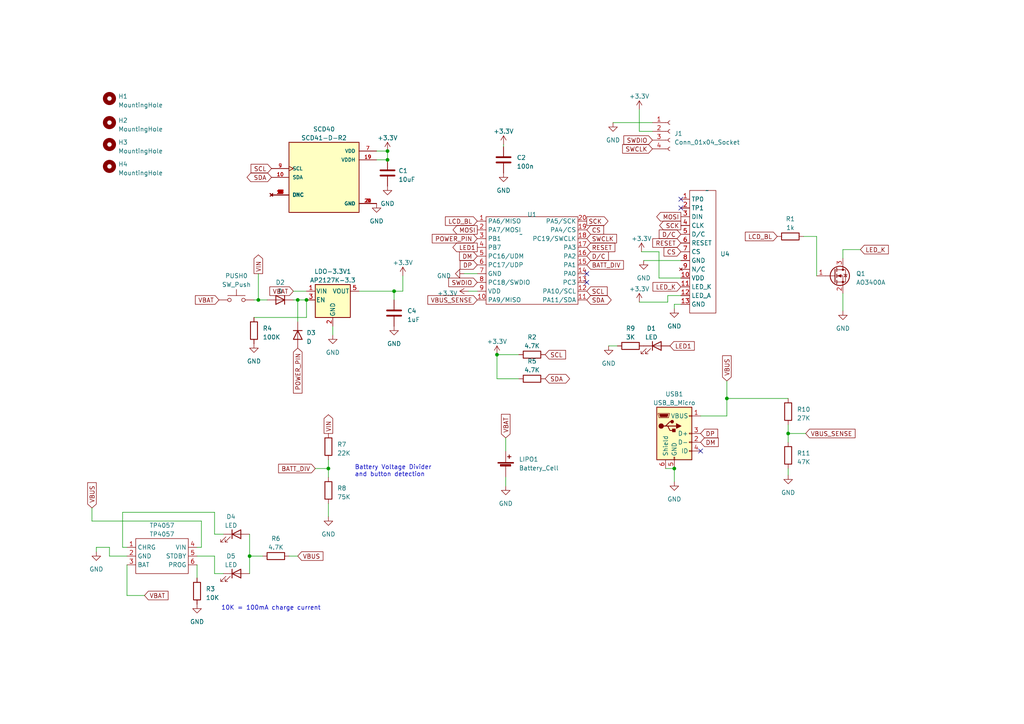
<source format=kicad_sch>
(kicad_sch (version 20230121) (generator eeschema)
  (paper "A4")
  (lib_symbols
    (symbol "Connector:Conn_01x04_Socket" (pin_names (offset 1.016) hide)
      (property "Reference" "J" (at 0 5.08 0))
      (property "Value" "Conn_01x04_Socket" (at 0 -7.62 0))
      (symbol "Conn_01x04_Socket_1_1"
        (arc (start 0 -4.572) (mid -0.5058 -5.08) (end 0 -5.588) (stroke (width 0.1524)))
        (arc (start 0 -2.032) (mid -0.5058 -2.54) (end 0 -3.048) (stroke (width 0.1524)))
        (polyline (pts (xy -1.27 -5.08) (xy -0.508 -5.08)) (stroke (width 0.1524)))
        (polyline (pts (xy -1.27 -2.54) (xy -0.508 -2.54)) (stroke (width 0.1524)))
        (polyline (pts (xy -1.27 0) (xy -0.508 0)) (stroke (width 0.1524)))
        (polyline (pts (xy -1.27 2.54) (xy -0.508 2.54)) (stroke (width 0.1524)))
        (arc (start 0 0.508) (mid -0.5058 0) (end 0 -0.508) (stroke (width 0.1524)))
        (arc (start 0 3.048) (mid -0.5058 2.54) (end 0 2.032) (stroke (width 0.1524)))
        (pin passive line (at -5.08 2.54 0) (length 3.81) (name "Pin_1") (number "1"))
        (pin passive line (at -5.08 0 0) (length 3.81) (name "Pin_2") (number "2"))
        (pin passive line (at -5.08 -2.54 0) (length 3.81) (name "Pin_3") (number "3"))
        (pin passive line (at -5.08 -5.08 0) (length 3.81) (name "Pin_4") (number "4"))
      )
    )
    (symbol "Connector:USB_B_Micro" (pin_names (offset 1.016))
      (property "Reference" "J" (at -5.08 11.43 0))
      (property "Value" "USB_B_Micro" (at -5.08 8.89 0))
      (symbol "USB_B_Micro_0_1"
        (rectangle (start -5.08 -7.62) (end 5.08 7.62) (stroke (width 0.254)) (fill (type background)))
        (circle (center -3.81 2.159) (radius 0.635) (stroke (width 0.254)) (fill (type outline)))
        (circle (center -0.635 3.429) (radius 0.381) (stroke (width 0.254)) (fill (type outline)))
        (rectangle (start -0.127 -7.62) (end 0.127 -6.858))
        (polyline (pts (xy -1.905 2.159) (xy 0.635 2.159)) (stroke (width 0.254)))
        (polyline (pts (xy -3.175 2.159) (xy -2.54 2.159) (xy -1.27 3.429) (xy -0.635 3.429)) (stroke (width 0.254)))
        (polyline (pts (xy -2.54 2.159) (xy -1.905 2.159) (xy -1.27 0.889) (xy 0 0.889)) (stroke (width 0.254)))
        (polyline (pts (xy 0.635 2.794) (xy 0.635 1.524) (xy 1.905 2.159) (xy 0.635 2.794)) (stroke (width 0.254)) (fill (type outline)))
        (polyline (pts (xy -4.318 5.588) (xy -1.778 5.588) (xy -2.032 4.826) (xy -4.064 4.826) (xy -4.318 5.588)) (fill (type outline)))
        (polyline (pts (xy -4.699 5.842) (xy -4.699 5.588) (xy -4.445 4.826) (xy -4.445 4.572) (xy -1.651 4.572) (xy -1.651 4.826) (xy -1.397 5.588) (xy -1.397 5.842) (xy -4.699 5.842)))
        (rectangle (start 0.254 1.27) (end -0.508 0.508) (stroke (width 0.254)) (fill (type outline)))
        (rectangle (start 5.08 -5.207) (end 4.318 -4.953))
        (rectangle (start 5.08 -2.667) (end 4.318 -2.413))
        (rectangle (start 5.08 -0.127) (end 4.318 0.127))
        (rectangle (start 5.08 4.953) (end 4.318 5.207))
      )
      (symbol "USB_B_Micro_1_1"
        (pin power_out line (at 7.62 5.08 180) (length 2.54) (name "VBUS") (number "1"))
        (pin bidirectional line (at 7.62 -2.54 180) (length 2.54) (name "D-") (number "2"))
        (pin bidirectional line (at 7.62 0 180) (length 2.54) (name "D+") (number "3"))
        (pin passive line (at 7.62 -5.08 180) (length 2.54) (name "ID") (number "4"))
        (pin power_out line (at 0 -10.16 90) (length 2.54) (name "GND") (number "5"))
        (pin passive line (at -2.54 -10.16 90) (length 2.54) (name "Shield") (number "6"))
      )
    )
    (symbol "Device:Battery_Cell" (pin_numbers hide) (pin_names (offset 0) hide)
      (property "Reference" "BT" (at 2.54 2.54 0))
      (property "Value" "Battery_Cell" (at 2.54 0 0))
      (symbol "Battery_Cell_0_1"
        (rectangle (start -2.286 1.778) (end 2.286 1.524) (fill (type outline)))
        (rectangle (start -1.5748 1.1938) (end 1.4732 0.6858) (fill (type outline)))
        (polyline (pts (xy 0 0.762) (xy 0 0)))
        (polyline (pts (xy 0 1.778) (xy 0 2.54)))
        (polyline (pts (xy 0.508 3.429) (xy 1.524 3.429)) (stroke (width 0.254)))
        (polyline (pts (xy 1.016 3.937) (xy 1.016 2.921)) (stroke (width 0.254)))
      )
      (symbol "Battery_Cell_1_1"
        (pin passive line (at 0 5.08 270) (length 2.54) (name "+") (number "1"))
        (pin passive line (at 0 -2.54 90) (length 2.54) (name "-") (number "2"))
      )
    )
    (symbol "Device:C" (pin_numbers hide) (pin_names (offset 0.254))
      (property "Reference" "C" (at 0.635 2.54 0))
      (property "Value" "C" (at 0.635 -2.54 0))
      (symbol "C_0_1"
        (polyline (pts (xy -2.032 -0.762) (xy 2.032 -0.762)) (stroke (width 0.508)))
        (polyline (pts (xy -2.032 0.762) (xy 2.032 0.762)) (stroke (width 0.508)))
      )
      (symbol "C_1_1"
        (pin passive line (at 0 3.81 270) (length 2.794) (name "~") (number "1"))
        (pin passive line (at 0 -3.81 90) (length 2.794) (name "~") (number "2"))
      )
    )
    (symbol "Device:D" (pin_numbers hide) (pin_names (offset 1.016) hide)
      (property "Reference" "D" (at 0 2.54 0))
      (property "Value" "D" (at 0 -2.54 0))
      (symbol "D_0_1"
        (polyline (pts (xy -1.27 1.27) (xy -1.27 -1.27)) (stroke (width 0.254)))
        (polyline (pts (xy 1.27 0) (xy -1.27 0)))
        (polyline (pts (xy 1.27 1.27) (xy 1.27 -1.27) (xy -1.27 0) (xy 1.27 1.27)) (stroke (width 0.254)))
      )
      (symbol "D_1_1"
        (pin passive line (at -3.81 0 0) (length 2.54) (name "K") (number "1"))
        (pin passive line (at 3.81 0 180) (length 2.54) (name "A") (number "2"))
      )
    )
    (symbol "Device:LED" (pin_numbers hide) (pin_names (offset 1.016) hide)
      (property "Reference" "D" (at 0 2.54 0))
      (property "Value" "LED" (at 0 -2.54 0))
      (symbol "LED_0_1"
        (polyline (pts (xy -1.27 -1.27) (xy -1.27 1.27)) (stroke (width 0.254)))
        (polyline (pts (xy -1.27 0) (xy 1.27 0)))
        (polyline (pts (xy 1.27 -1.27) (xy 1.27 1.27) (xy -1.27 0) (xy 1.27 -1.27)) (stroke (width 0.254)))
        (polyline (pts (xy -3.048 -0.762) (xy -4.572 -2.286) (xy -3.81 -2.286) (xy -4.572 -2.286) (xy -4.572 -1.524)))
        (polyline (pts (xy -1.778 -0.762) (xy -3.302 -2.286) (xy -2.54 -2.286) (xy -3.302 -2.286) (xy -3.302 -1.524)))
      )
      (symbol "LED_1_1"
        (pin passive line (at -3.81 0 0) (length 2.54) (name "K") (number "1"))
        (pin passive line (at 3.81 0 180) (length 2.54) (name "A") (number "2"))
      )
    )
    (symbol "Device:R" (pin_numbers hide) (pin_names (offset 0))
      (property "Reference" "R" (at 2.032 0 90))
      (property "Value" "R" (at 0 0 90))
      (symbol "R_0_1"
        (rectangle (start -1.016 -2.54) (end 1.016 2.54) (stroke (width 0.254)))
      )
      (symbol "R_1_1"
        (pin passive line (at 0 3.81 270) (length 1.27) (name "~") (number "1"))
        (pin passive line (at 0 -3.81 90) (length 1.27) (name "~") (number "2"))
      )
    )
    (symbol "GND_5" (power) (pin_names (offset 0))
      (property "Value" "GND_5" (at 0 -3.81 0))
      (symbol "GND_5_0_1"
        (polyline (pts (xy 0 0) (xy 0 -1.27) (xy 1.27 -1.27) (xy 0 -2.54) (xy -1.27 -1.27) (xy 0 -1.27)))
      )
      (symbol "GND_5_1_1"
        (pin power_in line (at 0 0 270) (length 0) hide (name "GND") (number "1"))
      )
    )
    (symbol "Larry_Library:CH32X033F8P6"
      (property "Reference" "U" (at 0 7.62 0))
      (symbol "CH32X033F8P6_0_1"
        (rectangle (start -10.16 5.08) (end 16.51 -20.32))
      )
      (symbol "CH32X033F8P6_1_1"
        (pin bidirectional line (at -12.7 3.81 0) (length 2.54) (name "PA6/MISO") (number "1"))
        (pin bidirectional line (at -12.7 -19.05 0) (length 2.54) (name "PA9/MISO") (number "10"))
        (pin bidirectional line (at 19.05 -19.05 180) (length 2.54) (name "PA11/SDA") (number "11"))
        (pin bidirectional line (at 19.05 -16.51 180) (length 2.54) (name "PA10/SCL") (number "12"))
        (pin bidirectional line (at 19.05 -13.97 180) (length 2.54) (name "PC3") (number "13"))
        (pin bidirectional line (at 19.05 -11.43 180) (length 2.54) (name "PA0") (number "14"))
        (pin bidirectional line (at 19.05 -8.89 180) (length 2.54) (name "PA1") (number "15"))
        (pin bidirectional line (at 19.05 -6.35 180) (length 2.54) (name "PA2") (number "16"))
        (pin bidirectional line (at 19.05 -3.81 180) (length 2.54) (name "PA3") (number "17"))
        (pin bidirectional line (at 19.05 -1.27 180) (length 2.54) (name "PC19/SWCLK") (number "18"))
        (pin bidirectional line (at 19.05 1.27 180) (length 2.54) (name "PA4/CS") (number "19"))
        (pin bidirectional line (at -12.7 1.27 0) (length 2.54) (name "PA7/MOSI") (number "2"))
        (pin bidirectional line (at 19.05 3.81 180) (length 2.54) (name "PA5/SCK") (number "20"))
        (pin bidirectional line (at -12.7 -1.27 0) (length 2.54) (name "PB1") (number "3"))
        (pin bidirectional line (at -12.7 -3.81 0) (length 2.54) (name "PB7") (number "4"))
        (pin bidirectional line (at -12.7 -6.35 0) (length 2.54) (name "PC16/UDM") (number "5"))
        (pin bidirectional line (at -12.7 -8.89 0) (length 2.54) (name "PC17/UDP") (number "6"))
        (pin power_in line (at -12.7 -11.43 0) (length 2.54) (name "GND") (number "7"))
        (pin bidirectional line (at -12.7 -13.97 0) (length 2.54) (name "PC18/SWDIO") (number "8"))
        (pin power_in line (at -12.7 -16.51 0) (length 2.54) (name "VDD") (number "9"))
      )
    )
    (symbol "Larry_Library:SCD41-D-R2" (pin_names (offset 1.016))
      (property "Reference" "U" (at -10.16 11.176 0))
      (property "Value" "SCD41-D-R2" (at -10.16 -12.7 0))
      (symbol "SCD41-D-R2_0_0"
        (rectangle (start -10.16 -10.16) (end 10.16 10.16) (stroke (width 0.254)) (fill (type background)))
        (pin no_connect line (at -15.24 -5.08 0) (length 5.08) (name "DNC") (number "1"))
        (pin bidirectional line (at -15.24 0 0) (length 5.08) (name "SDA") (number "10"))
        (pin no_connect line (at -15.24 -5.08 0) (length 5.08) (name "DNC") (number "11"))
        (pin no_connect line (at -15.24 -5.08 0) (length 5.08) (name "DNC") (number "12"))
        (pin no_connect line (at -15.24 -5.08 0) (length 5.08) (name "DNC") (number "13"))
        (pin no_connect line (at -15.24 -5.08 0) (length 5.08) (name "DNC") (number "14"))
        (pin no_connect line (at -15.24 -5.08 0) (length 5.08) (name "DNC") (number "15"))
        (pin no_connect line (at -15.24 -5.08 0) (length 5.08) (name "DNC") (number "16"))
        (pin no_connect line (at -15.24 -5.08 0) (length 5.08) (name "DNC") (number "17"))
        (pin no_connect line (at -15.24 -5.08 0) (length 5.08) (name "DNC") (number "18"))
        (pin power_in line (at 15.24 5.08 180) (length 5.08) (name "VDDH") (number "19"))
        (pin no_connect line (at -15.24 -5.08 0) (length 5.08) (name "DNC") (number "2"))
        (pin power_in line (at 15.24 -7.62 180) (length 5.08) (name "GND") (number "20"))
        (pin power_in line (at 15.24 -7.62 180) (length 5.08) (name "GND") (number "21"))
        (pin no_connect line (at -15.24 -5.08 0) (length 5.08) (name "DNC") (number "3"))
        (pin no_connect line (at -15.24 -5.08 0) (length 5.08) (name "DNC") (number "4"))
        (pin no_connect line (at -15.24 -5.08 0) (length 5.08) (name "DNC") (number "5"))
        (pin power_in line (at 15.24 -7.62 180) (length 5.08) (name "GND") (number "6"))
        (pin power_in line (at 15.24 7.62 180) (length 5.08) (name "VDD") (number "7"))
        (pin no_connect line (at -15.24 -5.08 0) (length 5.08) (name "DNC") (number "8"))
        (pin input clock (at -15.24 2.54 0) (length 5.08) (name "SCL") (number "9"))
      )
    )
    (symbol "Larry_Library:ST7735_13pin"
      (property "Reference" "U" (at 0 0 0))
      (symbol "ST7735_13pin_0_1"
        (rectangle (start -5.08 0) (end 2.54 -35.56))
      )
      (symbol "ST7735_13pin_1_1"
        (pin input line (at -7.62 -2.54 0) (length 2.54) (name "TP0") (number "1"))
        (pin power_in line (at -7.62 -25.4 0) (length 2.54) (name "VDD") (number "10"))
        (pin power_in line (at -7.62 -27.94 0) (length 2.54) (name "LED_K") (number "11"))
        (pin power_in line (at -7.62 -30.48 0) (length 2.54) (name "LED_A") (number "12"))
        (pin power_in line (at -7.62 -33.02 0) (length 2.54) (name "GND") (number "13"))
        (pin input line (at -7.62 -5.08 0) (length 2.54) (name "TP1") (number "2"))
        (pin input line (at -7.62 -7.62 0) (length 2.54) (name "DIN") (number "3"))
        (pin input line (at -7.62 -10.16 0) (length 2.54) (name "CLK") (number "4"))
        (pin input line (at -7.62 -12.7 0) (length 2.54) (name "D/C") (number "5"))
        (pin input line (at -7.62 -15.24 0) (length 2.54) (name "RESET") (number "6"))
        (pin input line (at -7.62 -17.78 0) (length 2.54) (name "CS") (number "7"))
        (pin power_in line (at -7.62 -20.32 0) (length 2.54) (name "GND") (number "8"))
        (pin no_connect line (at -7.62 -22.86 0) (length 2.54) (name "N/C") (number "9"))
      )
    )
    (symbol "Larry_Library:TP4057"
      (property "Reference" "U" (at 0 0 0))
      (symbol "TP4057_0_1"
        (rectangle (start -7.62 -1.27) (end 7.62 -11.43))
      )
      (symbol "TP4057_1_1"
        (pin output line (at -10.16 -3.81 0) (length 2.54) (name "CHRG") (number "1"))
        (pin power_in line (at -10.16 -6.35 0) (length 2.54) (name "GND") (number "2"))
        (pin power_out line (at -10.16 -8.89 0) (length 2.54) (name "BAT") (number "3"))
        (pin power_in line (at 10.16 -3.81 180) (length 2.54) (name "VIN") (number "4"))
        (pin output line (at 10.16 -6.35 180) (length 2.54) (name "STDBY") (number "5"))
        (pin input line (at 10.16 -8.89 180) (length 2.54) (name "PROG") (number "6"))
      )
    )
    (symbol "Mechanical:MountingHole" (pin_names (offset 1.016))
      (property "Reference" "H" (at 0 5.08 0))
      (property "Value" "MountingHole" (at 0 3.175 0))
      (symbol "MountingHole_0_1"
        (circle (center 0 0) (radius 1.27) (stroke (width 1.27)))
      )
    )
    (symbol "Regulator_Linear:AP2127K-3.3" (pin_names (offset 0.254))
      (property "Reference" "U" (at -5.08 5.715 0))
      (property "Value" "AP2127K-3.3" (at 0 5.715 0))
      (symbol "AP2127K-3.3_0_1"
        (rectangle (start -5.08 4.445) (end 5.08 -5.08) (stroke (width 0.254)) (fill (type background)))
      )
      (symbol "AP2127K-3.3_1_1"
        (pin power_in line (at -7.62 2.54 0) (length 2.54) (name "VIN") (number "1"))
        (pin power_in line (at 0 -7.62 90) (length 2.54) (name "GND") (number "2"))
        (pin input line (at -7.62 0 0) (length 2.54) (name "EN") (number "3"))
        (pin no_connect line (at 5.08 0 180) (length 2.54) hide (name "NC") (number "4"))
        (pin power_out line (at 7.62 2.54 180) (length 2.54) (name "VOUT") (number "5"))
      )
    )
    (symbol "Switch:SW_Push" (pin_numbers hide) (pin_names (offset 1.016) hide)
      (property "Reference" "SW" (at 1.27 2.54 0))
      (property "Value" "SW_Push" (at 0 -1.524 0))
      (symbol "SW_Push_0_1"
        (circle (center -2.032 0) (radius 0.508))
        (polyline (pts (xy 0 1.27) (xy 0 3.048)))
        (polyline (pts (xy 2.54 1.27) (xy -2.54 1.27)))
        (circle (center 2.032 0) (radius 0.508))
        (pin passive line (at -5.08 0 0) (length 2.54) (name "1") (number "1"))
        (pin passive line (at 5.08 0 180) (length 2.54) (name "2") (number "2"))
      )
    )
    (symbol "Transistor_FET:AO3400A" (pin_names hide)
      (property "Reference" "Q" (at 5.08 1.905 0))
      (property "Value" "AO3400A" (at 5.08 0 0))
      (symbol "AO3400A_0_1"
        (polyline (pts (xy 0.254 0) (xy -2.54 0)))
        (polyline (pts (xy 0.254 1.905) (xy 0.254 -1.905)) (stroke (width 0.254)))
        (polyline (pts (xy 0.762 -1.27) (xy 0.762 -2.286)) (stroke (width 0.254)))
        (polyline (pts (xy 0.762 0.508) (xy 0.762 -0.508)) (stroke (width 0.254)))
        (polyline (pts (xy 0.762 2.286) (xy 0.762 1.27)) (stroke (width 0.254)))
        (polyline (pts (xy 2.54 2.54) (xy 2.54 1.778)))
        (polyline (pts (xy 2.54 -2.54) (xy 2.54 0) (xy 0.762 0)))
        (polyline (pts (xy 0.762 -1.778) (xy 3.302 -1.778) (xy 3.302 1.778) (xy 0.762 1.778)))
        (polyline (pts (xy 1.016 0) (xy 2.032 0.381) (xy 2.032 -0.381) (xy 1.016 0)) (fill (type outline)))
        (polyline (pts (xy 2.794 0.508) (xy 2.921 0.381) (xy 3.683 0.381) (xy 3.81 0.254)))
        (polyline (pts (xy 3.302 0.381) (xy 2.921 -0.254) (xy 3.683 -0.254) (xy 3.302 0.381)))
        (circle (center 1.651 0) (radius 2.794) (stroke (width 0.254)))
        (circle (center 2.54 -1.778) (radius 0.254) (fill (type outline)))
        (circle (center 2.54 1.778) (radius 0.254) (fill (type outline)))
      )
      (symbol "AO3400A_1_1"
        (pin input line (at -5.08 0 0) (length 2.54) (name "G") (number "1"))
        (pin passive line (at 2.54 -5.08 90) (length 2.54) (name "S") (number "2"))
        (pin passive line (at 2.54 5.08 270) (length 2.54) (name "D") (number "3"))
      )
    )
    (symbol "power:+3.3V" (power) (pin_names (offset 0))
      (property "Value" "+3.3V" (at 0 3.556 0))
      (symbol "+3.3V_0_1"
        (polyline (pts (xy -0.762 1.27) (xy 0 2.54)))
        (polyline (pts (xy 0 0) (xy 0 2.54)))
        (polyline (pts (xy 0 2.54) (xy 0.762 1.27)))
      )
      (symbol "+3.3V_1_1"
        (pin power_in line (at 0 0 90) (length 0) hide (name "+3.3V") (number "1"))
      )
    )
    (symbol "power:GND" (power) (pin_names (offset 0))
      (property "Value" "GND" (at 0 -3.81 0))
      (symbol "GND_0_1"
        (polyline (pts (xy 0 0) (xy 0 -1.27) (xy 1.27 -1.27) (xy 0 -2.54) (xy -1.27 -1.27) (xy 0 -1.27)))
      )
      (symbol "GND_1_1"
        (pin power_in line (at 0 0 270) (length 0) hide (name "GND") (number "1"))
      )
    )
  )
  (junction (at 195.58 135.89))
  (junction (at 72.39 161.29))
  (junction (at 144.145 102.87))
  (junction (at 74.93 86.995))
  (junction (at 228.6 125.73))
  (junction (at 112.395 46.355))
  (junction (at 114.3 84.455))
  (junction (at 95.25 135.89))
  (junction (at 88.9 86.995))
  (junction (at 112.395 43.815))
  (junction (at 210.82 115.57))
  (junction (at 86.36 86.995))
  (no_connect (at 197.485 60.325))
  (no_connect (at 170.18 81.915))
  (no_connect (at 197.485 57.785))
  (no_connect (at 203.2 130.81))
  (no_connect (at 170.18 79.375))
  (wire (pts (xy 91.44 135.89) (xy 95.25 135.89)))
  (wire (pts (xy 27.94 158.75) (xy 31.75 158.75)))
  (wire (pts (xy 96.52 94.615) (xy 96.52 97.155)))
  (wire (pts (xy 35.56 158.75) (xy 35.56 148.59)))
  (wire (pts (xy 197.485 88.265) (xy 195.58 88.265)))
  (wire (pts (xy 177.8 35.56) (xy 189.23 35.56)))
  (wire (pts (xy 36.83 172.72) (xy 41.91 172.72)))
  (wire (pts (xy 104.14 84.455) (xy 114.3 84.455)))
  (wire (pts (xy 185.42 38.1) (xy 185.42 31.75)))
  (wire (pts (xy 86.36 86.995) (xy 86.36 93.345)))
  (wire (pts (xy 228.6 135.89) (xy 228.6 137.795)))
  (wire (pts (xy 83.82 161.29) (xy 86.36 161.29)))
  (wire (pts (xy 186.69 75.565) (xy 197.485 75.565)))
  (wire (pts (xy 176.53 100.33) (xy 179.07 100.33)))
  (wire (pts (xy 62.23 148.59) (xy 62.23 154.94)))
  (wire (pts (xy 36.83 161.29) (xy 31.75 161.29)))
  (wire (pts (xy 72.39 161.29) (xy 72.39 166.37)))
  (wire (pts (xy 191.135 80.645) (xy 197.485 80.645)))
  (wire (pts (xy 135.89 84.455) (xy 138.43 84.455)))
  (wire (pts (xy 144.145 109.855) (xy 144.145 102.87)))
  (wire (pts (xy 95.25 135.89) (xy 95.25 138.43)))
  (wire (pts (xy 57.15 163.83) (xy 57.15 167.64)))
  (wire (pts (xy 73.66 92.075) (xy 88.9 92.075)))
  (wire (pts (xy 109.22 43.815) (xy 112.395 43.815)))
  (wire (pts (xy 228.6 115.57) (xy 210.82 115.57)))
  (wire (pts (xy 85.09 84.455) (xy 88.9 84.455)))
  (wire (pts (xy 146.685 127) (xy 146.685 130.81)))
  (wire (pts (xy 57.15 158.75) (xy 58.42 158.75)))
  (wire (pts (xy 189.23 38.1) (xy 185.42 38.1)))
  (wire (pts (xy 228.6 125.73) (xy 233.68 125.73)))
  (wire (pts (xy 186.055 73.025) (xy 191.135 73.025)))
  (wire (pts (xy 210.82 110.49) (xy 210.82 115.57)))
  (wire (pts (xy 116.84 80.01) (xy 116.84 84.455)))
  (wire (pts (xy 210.82 115.57) (xy 210.82 120.65)))
  (wire (pts (xy 228.6 125.73) (xy 228.6 128.27)))
  (wire (pts (xy 95.25 133.35) (xy 95.25 135.89)))
  (wire (pts (xy 88.9 92.075) (xy 88.9 86.995)))
  (wire (pts (xy 62.23 161.29) (xy 62.23 166.37)))
  (wire (pts (xy 95.25 146.05) (xy 95.25 149.86)))
  (wire (pts (xy 191.135 73.025) (xy 191.135 80.645)))
  (wire (pts (xy 236.855 68.58) (xy 236.855 80.01)))
  (wire (pts (xy 195.58 88.265) (xy 195.58 89.535)))
  (wire (pts (xy 72.39 161.29) (xy 72.39 154.94)))
  (wire (pts (xy 58.42 158.75) (xy 58.42 151.13)))
  (wire (pts (xy 27.94 158.75) (xy 27.94 160.02)))
  (wire (pts (xy 150.495 109.855) (xy 144.145 109.855)))
  (wire (pts (xy 88.9 86.995) (xy 86.36 86.995)))
  (wire (pts (xy 36.83 163.83) (xy 36.83 172.72)))
  (wire (pts (xy 31.75 161.29) (xy 31.75 158.75)))
  (wire (pts (xy 73.66 86.995) (xy 74.93 86.995)))
  (wire (pts (xy 74.93 86.995) (xy 77.47 86.995)))
  (wire (pts (xy 114.3 84.455) (xy 114.3 86.995)))
  (wire (pts (xy 244.475 74.93) (xy 244.475 72.39)))
  (wire (pts (xy 26.67 151.13) (xy 58.42 151.13)))
  (wire (pts (xy 193.675 87.63) (xy 193.675 85.725)))
  (wire (pts (xy 36.83 158.75) (xy 35.56 158.75)))
  (wire (pts (xy 203.2 120.65) (xy 210.82 120.65)))
  (wire (pts (xy 244.475 85.09) (xy 244.475 90.17)))
  (wire (pts (xy 112.395 46.355) (xy 112.395 43.815)))
  (wire (pts (xy 134.62 79.375) (xy 138.43 79.375)))
  (wire (pts (xy 233.045 68.58) (xy 236.855 68.58)))
  (wire (pts (xy 144.145 102.87) (xy 150.495 102.87)))
  (wire (pts (xy 57.15 161.29) (xy 62.23 161.29)))
  (wire (pts (xy 62.23 166.37) (xy 64.77 166.37)))
  (wire (pts (xy 114.3 84.455) (xy 116.84 84.455)))
  (wire (pts (xy 185.42 87.63) (xy 193.675 87.63)))
  (wire (pts (xy 62.23 154.94) (xy 64.77 154.94)))
  (wire (pts (xy 76.2 161.29) (xy 72.39 161.29)))
  (wire (pts (xy 146.685 138.43) (xy 146.685 140.97)))
  (wire (pts (xy 35.56 148.59) (xy 62.23 148.59)))
  (wire (pts (xy 193.04 135.89) (xy 195.58 135.89)))
  (wire (pts (xy 146.05 41.91) (xy 146.05 42.545)))
  (wire (pts (xy 86.36 86.995) (xy 85.09 86.995)))
  (wire (pts (xy 74.93 79.375) (xy 74.93 86.995)))
  (wire (pts (xy 26.67 147.32) (xy 26.67 151.13)))
  (wire (pts (xy 228.6 123.19) (xy 228.6 125.73)))
  (wire (pts (xy 109.22 46.355) (xy 112.395 46.355)))
  (wire (pts (xy 193.675 85.725) (xy 197.485 85.725)))
  (wire (pts (xy 195.58 135.89) (xy 195.58 139.7)))
  (wire (pts (xy 244.475 72.39) (xy 249.555 72.39)))
  (text "Battery Voltage Divider\nand button detection" (at 102.87 138.43 0) (effects (font (size 1.27 1.27)) (justify left bottom)))
  (text "10K = 100mA charge current" (at 64.135 177.165 0) (effects (font (size 1.27 1.27)) (justify left bottom)))
  (global_label "SCK" (shape output) (at 170.18 64.135 0) (property "Intersheetrefs" "${INTERSHEET_REFS}" (effects hide)))
  (global_label "SWDIO" (shape input) (at 189.23 40.64 180) (property "Intersheetrefs" "${INTERSHEET_REFS}" (effects hide)))
  (global_label "LED_K" (shape input) (at 197.485 83.185 180) (property "Intersheetrefs" "${INTERSHEET_REFS}" (effects hide)))
  (global_label "RESET" (shape input) (at 197.485 70.485 180) (property "Intersheetrefs" "${INTERSHEET_REFS}" (effects hide)))
  (global_label "VBAT" (shape input) (at 146.685 127 90) (property "Intersheetrefs" "${INTERSHEET_REFS}" (effects hide)))
  (global_label "POWER_PIN" (shape input) (at 86.36 100.965 270) (property "Intersheetrefs" "${INTERSHEET_REFS}" (effects hide)))
  (global_label "VBAT" (shape input) (at 41.91 172.72 0) (property "Intersheetrefs" "${INTERSHEET_REFS}" (effects hide)))
  (global_label "BATT_DIV" (shape input) (at 170.18 76.835 0) (property "Intersheetrefs" "${INTERSHEET_REFS}" (effects hide)))
  (global_label "DP" (shape input) (at 203.2 125.73 0) (property "Intersheetrefs" "${INTERSHEET_REFS}" (effects hide)))
  (global_label "SDA" (shape bidirectional) (at 170.18 86.995 0) (property "Intersheetrefs" "${INTERSHEET_REFS}" (effects hide)))
  (global_label "SDA" (shape bidirectional) (at 158.115 109.855 0) (property "Intersheetrefs" "${INTERSHEET_REFS}" (effects hide)))
  (global_label "CS" (shape input) (at 197.485 73.025 180) (property "Intersheetrefs" "${INTERSHEET_REFS}" (effects hide)))
  (global_label "LCD_BL" (shape input) (at 138.43 64.135 180) (property "Intersheetrefs" "${INTERSHEET_REFS}" (effects hide)))
  (global_label "SCK" (shape output) (at 197.485 65.405 180) (property "Intersheetrefs" "${INTERSHEET_REFS}" (effects hide)))
  (global_label "VBUS" (shape input) (at 210.82 110.49 90) (property "Intersheetrefs" "${INTERSHEET_REFS}" (effects hide)))
  (global_label "VIN" (shape output) (at 95.25 125.73 90) (property "Intersheetrefs" "${INTERSHEET_REFS}" (effects hide)))
  (global_label "VBAT" (shape input) (at 85.09 84.455 180) (property "Intersheetrefs" "${INTERSHEET_REFS}" (effects hide)))
  (global_label "MOSI" (shape output) (at 197.485 62.865 180) (property "Intersheetrefs" "${INTERSHEET_REFS}" (effects hide)))
  (global_label "POWER_PIN" (shape input) (at 138.43 69.215 180) (property "Intersheetrefs" "${INTERSHEET_REFS}" (effects hide)))
  (global_label "SWDIO" (shape input) (at 138.43 81.915 180) (property "Intersheetrefs" "${INTERSHEET_REFS}" (effects hide)))
  (global_label "LED1" (shape input) (at 194.31 100.33 0) (property "Intersheetrefs" "${INTERSHEET_REFS}" (effects hide)))
  (global_label "VBUS" (shape input) (at 26.67 147.32 90) (property "Intersheetrefs" "${INTERSHEET_REFS}" (effects hide)))
  (global_label "SCL" (shape input) (at 170.18 84.455 0) (property "Intersheetrefs" "${INTERSHEET_REFS}" (effects hide)))
  (global_label "SWCLK" (shape input) (at 189.23 43.18 180) (property "Intersheetrefs" "${INTERSHEET_REFS}" (effects hide)))
  (global_label "DM" (shape input) (at 138.43 74.295 180) (property "Intersheetrefs" "${INTERSHEET_REFS}" (effects hide)))
  (global_label "VBUS_SENSE" (shape input) (at 233.68 125.73 0) (property "Intersheetrefs" "${INTERSHEET_REFS}" (effects hide)))
  (global_label "MOSI" (shape output) (at 138.43 66.675 180) (property "Intersheetrefs" "${INTERSHEET_REFS}" (effects hide)))
  (global_label "SDA" (shape bidirectional) (at 78.74 51.435 180) (property "Intersheetrefs" "${INTERSHEET_REFS}" (effects hide)))
  (global_label "LCD_BL" (shape input) (at 225.425 68.58 180) (property "Intersheetrefs" "${INTERSHEET_REFS}" (effects hide)))
  (global_label "SWCLK" (shape input) (at 170.18 69.215 0) (property "Intersheetrefs" "${INTERSHEET_REFS}" (effects hide)))
  (global_label "VBUS" (shape input) (at 86.36 161.29 0) (property "Intersheetrefs" "${INTERSHEET_REFS}" (effects hide)))
  (global_label "CS" (shape input) (at 170.18 66.675 0) (property "Intersheetrefs" "${INTERSHEET_REFS}" (effects hide)))
  (global_label "VIN" (shape output) (at 74.93 79.375 90) (property "Intersheetrefs" "${INTERSHEET_REFS}" (effects hide)))
  (global_label "D{slash}C" (shape input) (at 197.485 67.945 180) (property "Intersheetrefs" "${INTERSHEET_REFS}" (effects hide)))
  (global_label "LED_K" (shape input) (at 249.555 72.39 0) (property "Intersheetrefs" "${INTERSHEET_REFS}" (effects hide)))
  (global_label "BATT_DIV" (shape input) (at 91.44 135.89 180) (property "Intersheetrefs" "${INTERSHEET_REFS}" (effects hide)))
  (global_label "SCL" (shape input) (at 158.115 102.87 0) (property "Intersheetrefs" "${INTERSHEET_REFS}" (effects hide)))
  (global_label "LED1" (shape output) (at 138.43 71.755 180) (property "Intersheetrefs" "${INTERSHEET_REFS}" (effects hide)))
  (global_label "DP" (shape input) (at 138.43 76.835 180) (property "Intersheetrefs" "${INTERSHEET_REFS}" (effects hide)))
  (global_label "DM" (shape input) (at 203.2 128.27 0) (property "Intersheetrefs" "${INTERSHEET_REFS}" (effects hide)))
  (global_label "VBUS_SENSE" (shape input) (at 138.43 86.995 180) (property "Intersheetrefs" "${INTERSHEET_REFS}" (effects hide)))
  (global_label "D{slash}C" (shape input) (at 170.18 74.295 0) (property "Intersheetrefs" "${INTERSHEET_REFS}" (effects hide)))
  (global_label "RESET" (shape input) (at 170.18 71.755 0) (property "Intersheetrefs" "${INTERSHEET_REFS}" (effects hide)))
  (global_label "SCL" (shape input) (at 78.74 48.895 180) (property "Intersheetrefs" "${INTERSHEET_REFS}" (effects hide)))
  (global_label "VBAT" (shape input) (at 63.5 86.995 180) (property "Intersheetrefs" "${INTERSHEET_REFS}" (effects hide)))
  (symbol (lib_id "power:+3.3V") (at 116.84 80.01 0) (unit 1)
    (property "Reference" "#PWR027" (effects hide))
    (property "Value" "+3.3V" (at 116.84 76.2 0))
  )
  (symbol (lib_id "Device:LED") (at 190.5 100.33 0) (unit 1)
    (property "Reference" "D1" (at 188.9125 95.25 0))
    (property "Value" "LED" (at 188.9125 97.79 0))
    (property "Footprint" "LED_SMD:LED_0603_1608Metric" (effects hide))
  )
  (symbol (lib_id "Device:R") (at 229.235 68.58 90) (unit 1)
    (property "Reference" "R1" (at 229.235 63.5 90))
    (property "Value" "1k" (at 229.235 66.04 90))
    (property "Footprint" "Resistor_SMD:R_0603_1608Metric" (effects hide))
  )
  (symbol (lib_id "power:GND") (at 73.66 99.695 0) (unit 1)
    (property "Reference" "#PWR09" (effects hide))
    (property "Value" "GND" (at 73.66 104.775 0))
  )
  (symbol (lib_id "Device:R") (at 95.25 129.54 180) (unit 1)
    (property "Reference" "R7" (at 97.79 128.905 0) (effects (justify right)))
    (property "Value" "22K" (at 97.79 131.445 0) (effects (justify right)))
    (property "Footprint" "Resistor_SMD:R_0603_1608Metric" (effects hide))
  )
  (symbol (lib_id "power:GND") (at 57.15 175.26 0) (unit 1)
    (property "Reference" "#PWR012" (effects hide))
    (property "Value" "GND" (at 57.15 180.34 0))
  )
  (symbol (lib_id "Device:C") (at 114.3 90.805 0) (unit 1)
    (property "Reference" "C4" (at 118.11 90.17 0) (effects (justify left)))
    (property "Value" "1uF" (at 118.11 92.71 0) (effects (justify left)))
    (property "Footprint" "Capacitor_SMD:C_0603_1608Metric" (effects hide))
  )
  (symbol (lib_id "Mechanical:MountingHole") (at 31.75 48.26 0) (unit 1)
    (property "Reference" "H4" (at 34.29 47.625 0) (effects (justify left)))
    (property "Value" "MountingHole" (at 34.29 50.165 0) (effects (justify left)))
    (property "Footprint" "MountingHole:MountingHole_2.2mm_M2_DIN965" (effects hide))
  )
  (symbol (lib_id "power:GND") (at 96.52 97.155 0) (unit 1)
    (property "Reference" "#PWR025" (effects hide))
    (property "Value" "GND" (at 96.52 102.235 0))
  )
  (symbol (lib_id "Device:LED") (at 68.58 154.94 0) (unit 1)
    (property "Reference" "D4" (at 66.9925 149.86 0))
    (property "Value" "LED" (at 66.9925 152.4 0))
    (property "Footprint" "LED_SMD:LED_0603_1608Metric" (effects hide))
  )
  (symbol (lib_id "Regulator_Linear:AP2127K-3.3") (at 96.52 86.995 0) (unit 1)
    (property "Reference" "LDO-3.3V1" (at 96.52 78.74 0))
    (property "Value" "AP2127K-3.3" (at 96.52 81.28 0))
    (property "Footprint" "Package_TO_SOT_SMD:SOT-23-5" (effects hide))
    (property "Datasheet" "https://www.diodes.com/assets/Datasheets/AP2127.pdf" (effects hide))
  )
  (symbol (lib_name "GND_5") (lib_id "power:GND") (at 195.58 89.535 0) (unit 1)
    (property "Reference" "#PWR05" (effects hide))
    (property "Value" "GND" (at 195.58 94.615 0))
  )
  (symbol (lib_id "power:GND") (at 134.62 79.375 270) (unit 1)
    (property "Reference" "#PWR01" (effects hide))
    (property "Value" "GND" (at 130.81 80.01 90) (effects (justify right)))
  )
  (symbol (lib_id "power:GND") (at 27.94 160.02 0) (unit 1)
    (property "Reference" "#PWR08" (effects hide))
    (property "Value" "GND" (at 27.94 165.1 0))
  )
  (symbol (lib_id "Device:R") (at 154.305 109.855 90) (unit 1)
    (property "Reference" "R5" (at 154.305 104.775 90))
    (property "Value" "4.7K" (at 154.305 107.315 90))
    (property "Footprint" "Resistor_SMD:R_0603_1608Metric" (effects hide))
  )
  (symbol (lib_id "Connector:Conn_01x04_Socket") (at 194.31 38.1 0) (unit 1)
    (property "Reference" "J1" (at 195.58 38.735 0) (effects (justify left)))
    (property "Value" "Conn_01x04_Socket" (at 195.58 41.275 0) (effects (justify left)))
    (property "Footprint" "Connector_PinSocket_2.54mm:PinSocket_1x04_P2.54mm_Vertical" (effects hide))
  )
  (symbol (lib_id "Device:R") (at 80.01 161.29 90) (unit 1)
    (property "Reference" "R6" (at 80.01 156.21 90))
    (property "Value" "4.7K" (at 80.01 158.75 90))
    (property "Footprint" "Resistor_SMD:R_0603_1608Metric" (effects hide))
  )
  (symbol (lib_id "Device:D") (at 86.36 97.155 270) (unit 1)
    (property "Reference" "D3" (at 88.9 96.52 90) (effects (justify left)))
    (property "Value" "D" (at 88.9 99.06 90) (effects (justify left)))
    (property "Footprint" "Diode_SMD:D_SOD-323" (effects hide))
    (property "Sim.Device" "D" (effects hide))
    (property "Sim.Pins" "1=K 2=A" (effects hide))
  )
  (symbol (lib_id "power:GND") (at 146.685 140.97 0) (unit 1)
    (property "Reference" "#PWR015" (effects hide))
    (property "Value" "GND" (at 146.685 146.05 0))
  )
  (symbol (lib_id "power:+3.3V") (at 144.145 102.87 0) (unit 1)
    (property "Reference" "#PWR011" (effects hide))
    (property "Value" "+3.3V" (at 144.145 99.06 0))
  )
  (symbol (lib_id "Device:C") (at 146.05 46.355 0) (unit 1)
    (property "Reference" "C2" (at 149.86 45.72 0) (effects (justify left)))
    (property "Value" "100n" (at 149.86 48.26 0) (effects (justify left)))
    (property "Footprint" "Capacitor_SMD:C_0603_1608Metric" (effects hide))
  )
  (symbol (lib_id "Transistor_FET:AO3400A") (at 241.935 80.01 0) (unit 1)
    (property "Reference" "Q1" (at 248.285 79.375 0) (effects (justify left)))
    (property "Value" "AO3400A" (at 248.285 81.915 0) (effects (justify left)))
    (property "Footprint" "Package_TO_SOT_SMD:SOT-23" (effects hide))
    (property "Datasheet" "http://www.aosmd.com/pdfs/datasheet/AO3400A.pdf" (effects hide))
  )
  (symbol (lib_id "power:GND") (at 109.22 59.055 0) (unit 1)
    (property "Reference" "#PWR013" (effects hide))
    (property "Value" "GND" (at 109.22 64.135 0))
  )
  (symbol (lib_id "power:+3.3V") (at 135.89 84.455 90) (unit 1)
    (property "Reference" "#PWR02" (effects hide))
    (property "Value" "+3.3V" (at 132.715 85.09 90) (effects (justify left)))
  )
  (symbol (lib_id "Mechanical:MountingHole") (at 31.75 35.56 0) (unit 1)
    (property "Reference" "H2" (at 34.29 34.925 0) (effects (justify left)))
    (property "Value" "MountingHole" (at 34.29 37.465 0) (effects (justify left)))
    (property "Footprint" "MountingHole:MountingHole_2.2mm_M2_DIN965" (effects hide))
  )
  (symbol (lib_id "Device:R") (at 182.88 100.33 90) (unit 1)
    (property "Reference" "R9" (at 182.88 95.25 90))
    (property "Value" "3K" (at 182.88 97.79 90))
    (property "Footprint" "Resistor_SMD:R_0603_1608Metric" (effects hide))
  )
  (symbol (lib_id "power:GND") (at 112.395 53.975 0) (unit 1)
    (property "Reference" "#PWR06" (effects hide))
    (property "Value" "GND" (at 112.395 59.055 0))
  )
  (symbol (lib_id "power:GND") (at 114.3 94.615 0) (unit 1)
    (property "Reference" "#PWR026" (effects hide))
    (property "Value" "GND" (at 114.3 99.695 0))
  )
  (symbol (lib_id "Device:R") (at 95.25 142.24 180) (unit 1)
    (property "Reference" "R8" (at 97.79 141.605 0) (effects (justify right)))
    (property "Value" "75K" (at 97.79 144.145 0) (effects (justify right)))
    (property "Footprint" "Resistor_SMD:R_0603_1608Metric" (effects hide))
  )
  (symbol (lib_id "power:GND") (at 95.25 149.86 0) (unit 1)
    (property "Reference" "#PWR024" (effects hide))
    (property "Value" "GND" (at 95.25 154.94 0))
  )
  (symbol (lib_name "GND_5") (lib_id "power:GND") (at 228.6 137.795 0) (unit 1)
    (property "Reference" "#PWR021" (effects hide))
    (property "Value" "GND" (at 228.6 142.875 0))
  )
  (symbol (lib_id "Device:LED") (at 68.58 166.37 0) (unit 1)
    (property "Reference" "D5" (at 66.9925 161.29 0))
    (property "Value" "LED" (at 66.9925 163.83 0))
    (property "Footprint" "LED_SMD:LED_0603_1608Metric" (effects hide))
  )
  (symbol (lib_id "power:GND") (at 176.53 100.33 0) (unit 1)
    (property "Reference" "#PWR016" (effects hide))
    (property "Value" "GND" (at 176.53 105.41 0))
  )
  (symbol (lib_id "power:GND") (at 195.58 139.7 0) (unit 1)
    (property "Reference" "#PWR019" (effects hide))
    (property "Value" "GND" (at 195.58 144.78 0))
  )
  (symbol (lib_id "Device:R") (at 154.305 102.87 90) (unit 1)
    (property "Reference" "R2" (at 154.305 97.79 90))
    (property "Value" "4.7K" (at 154.305 100.33 90))
    (property "Footprint" "Resistor_SMD:R_0603_1608Metric" (effects hide))
  )
  (symbol (lib_id "power:+3.3V") (at 146.05 41.91 0) (unit 1)
    (property "Reference" "#PWR022" (effects hide))
    (property "Value" "+3.3V" (at 146.05 38.1 0))
  )
  (symbol (lib_id "Larry_Library:TP4057") (at 46.99 154.94 0) (unit 1)
    (property "Reference" "TP4057" (at 46.99 152.4 0))
    (property "Value" "TP4057" (at 46.99 154.94 0))
    (property "Footprint" "Package_TO_SOT_SMD:SOT-23-6" (effects hide))
  )
  (symbol (lib_id "Larry_Library:ST7735_13pin") (at 205.105 55.245 0) (unit 1)
    (property "Reference" "U4" (at 208.915 73.66 0) (effects (justify left)))
    (property "Value" "~" (at 205.105 55.245 0))
    (property "Footprint" "Larry:ST7735_13pin" (effects hide))
  )
  (symbol (lib_id "power:+3.3V") (at 185.42 87.63 0) (unit 1)
    (property "Reference" "#PWR03" (effects hide))
    (property "Value" "+3.3V" (at 185.42 83.82 0))
  )
  (symbol (lib_id "power:+3.3V") (at 185.42 31.75 0) (unit 1)
    (property "Reference" "#PWR018" (effects hide))
    (property "Value" "+3.3V" (at 185.42 27.94 0))
  )
  (symbol (lib_name "GND_5") (lib_id "power:GND") (at 244.475 90.17 0) (unit 1)
    (property "Reference" "#PWR04" (effects hide))
    (property "Value" "GND" (at 244.475 95.25 0))
  )
  (symbol (lib_id "power:+3.3V") (at 186.055 73.025 0) (unit 1)
    (property "Reference" "#PWR010" (effects hide))
    (property "Value" "+3.3V" (at 186.055 69.215 0))
  )
  (symbol (lib_id "Device:D") (at 81.28 86.995 180) (unit 1)
    (property "Reference" "D2" (at 81.28 81.915 0))
    (property "Value" "D" (at 81.28 84.455 0))
    (property "Footprint" "Diode_SMD:D_SOD-323" (effects hide))
    (property "Sim.Device" "D" (effects hide))
    (property "Sim.Pins" "1=K 2=A" (effects hide))
  )
  (symbol (lib_id "power:+3.3V") (at 112.395 43.815 0) (unit 1)
    (property "Reference" "#PWR014" (effects hide))
    (property "Value" "+3.3V" (at 112.395 40.005 0))
  )
  (symbol (lib_id "Device:Battery_Cell") (at 146.685 135.89 0) (unit 1)
    (property "Reference" "LIPO1" (at 150.495 133.223 0) (effects (justify left)))
    (property "Value" "Battery_Cell" (at 150.495 135.763 0) (effects (justify left)))
    (property "Footprint" "Connector_JST:JST_SHL_SM02B-SHLS-TF_1x02-1MP_P1.00mm_Horizontal" (effects hide))
  )
  (symbol (lib_id "Mechanical:MountingHole") (at 31.75 41.91 0) (unit 1)
    (property "Reference" "H3" (at 34.29 41.275 0) (effects (justify left)))
    (property "Value" "MountingHole" (at 34.29 43.815 0) (effects (justify left)))
    (property "Footprint" "MountingHole:MountingHole_2.2mm_M2_DIN965" (effects hide))
  )
  (symbol (lib_id "Device:R") (at 228.6 119.38 180) (unit 1)
    (property "Reference" "R10" (at 231.14 118.745 0) (effects (justify right)))
    (property "Value" "27K" (at 231.14 121.285 0) (effects (justify right)))
    (property "Footprint" "Resistor_SMD:R_0603_1608Metric" (effects hide))
  )
  (symbol (lib_id "Device:R") (at 228.6 132.08 180) (unit 1)
    (property "Reference" "R11" (at 231.14 131.445 0) (effects (justify right)))
    (property "Value" "47K" (at 231.14 133.985 0) (effects (justify right)))
    (property "Footprint" "Resistor_SMD:R_0603_1608Metric" (effects hide))
  )
  (symbol (lib_name "GND_5") (lib_id "power:GND") (at 186.69 75.565 0) (unit 1)
    (property "Reference" "#PWR07" (effects hide))
    (property "Value" "GND" (at 186.69 80.645 0))
  )
  (symbol (lib_id "Mechanical:MountingHole") (at 31.75 28.575 0) (unit 1)
    (property "Reference" "H1" (at 34.29 27.94 0) (effects (justify left)))
    (property "Value" "MountingHole" (at 34.29 30.48 0) (effects (justify left)))
    (property "Footprint" "MountingHole:MountingHole_2.2mm_M2_DIN965" (effects hide))
  )
  (symbol (lib_id "Device:R") (at 73.66 95.885 180) (unit 1)
    (property "Reference" "R4" (at 76.2 95.25 0) (effects (justify right)))
    (property "Value" "100K" (at 76.2 97.79 0) (effects (justify right)))
    (property "Footprint" "Resistor_SMD:R_0603_1608Metric" (effects hide))
  )
  (symbol (lib_id "Switch:SW_Push") (at 68.58 86.995 0) (unit 1)
    (property "Reference" "PUSH0" (at 68.58 80.01 0))
    (property "Value" "SW_Push" (at 68.58 82.55 0))
    (property "Footprint" "Button_Switch_SMD:SW_Push_1P1T_NO_Vertical_Wuerth_434133025816" (effects hide))
  )
  (symbol (lib_id "power:GND") (at 146.05 50.165 0) (unit 1)
    (property "Reference" "#PWR020" (effects hide))
    (property "Value" "GND" (at 146.05 55.245 0))
  )
  (symbol (lib_id "Device:C") (at 112.395 50.165 0) (unit 1)
    (property "Reference" "C1" (at 115.57 49.53 0) (effects (justify left)))
    (property "Value" "10uF" (at 115.57 52.07 0) (effects (justify left)))
    (property "Footprint" "Capacitor_SMD:C_0603_1608Metric" (effects hide))
  )
  (symbol (lib_id "Connector:USB_B_Micro") (at 195.58 125.73 0) (unit 1)
    (property "Reference" "USB1" (at 195.58 114.3 0))
    (property "Value" "USB_B_Micro" (at 195.58 116.84 0))
    (property "Footprint" "Connector_USB:USB_Micro-B_Molex_47346-0001" (effects hide))
  )
  (symbol (lib_id "Device:R") (at 57.15 171.45 0) (unit 1)
    (property "Reference" "R3" (at 59.69 170.815 0) (effects (justify left)))
    (property "Value" "10K" (at 59.69 173.355 0) (effects (justify left)))
    (property "Footprint" "Resistor_SMD:R_0603_1608Metric" (effects hide))
  )
  (symbol (lib_id "power:GND") (at 177.8 35.56 0) (unit 1)
    (property "Reference" "#PWR017" (effects hide))
    (property "Value" "GND" (at 177.8 40.64 0))
  )
  (symbol (lib_id "Larry_Library:CH32X033F8P6") (at 151.13 67.945 0) (unit 1)
    (property "Reference" "U1" (at 154.305 62.23 0))
    (property "Value" "~" (at 151.13 67.945 0))
    (property "Footprint" "Package_SO:TSSOP-20_4.4x6.5mm_P0.65mm" (effects hide))
  )
  (symbol (lib_id "Larry_Library:SCD41-D-R2") (at 93.98 51.435 0) (unit 1)
    (property "Reference" "SCD40" (at 93.98 37.465 0))
    (property "Value" "SCD41-D-R2" (at 93.98 40.005 0))
    (property "Footprint" "Sensor:Sensirion_SCD4x-1EP_10.1x10.1mm_P1.25mm_EP4.8x4.8mm" (effects hide))
    (property "MAXIMUM_PACKAGE_HEIGHT" "6.8mm" (effects hide))
    (property "MANUFACTURER" "Sensirion" (effects hide))
    (property "PARTREV" "1.2" (effects hide))
    (property "SNAPEDA_PN" "SCD41-D-R2" (effects hide))
    (property "STANDARD" "Manufacturer Recommendations" (effects hide))
  )
)
</source>
